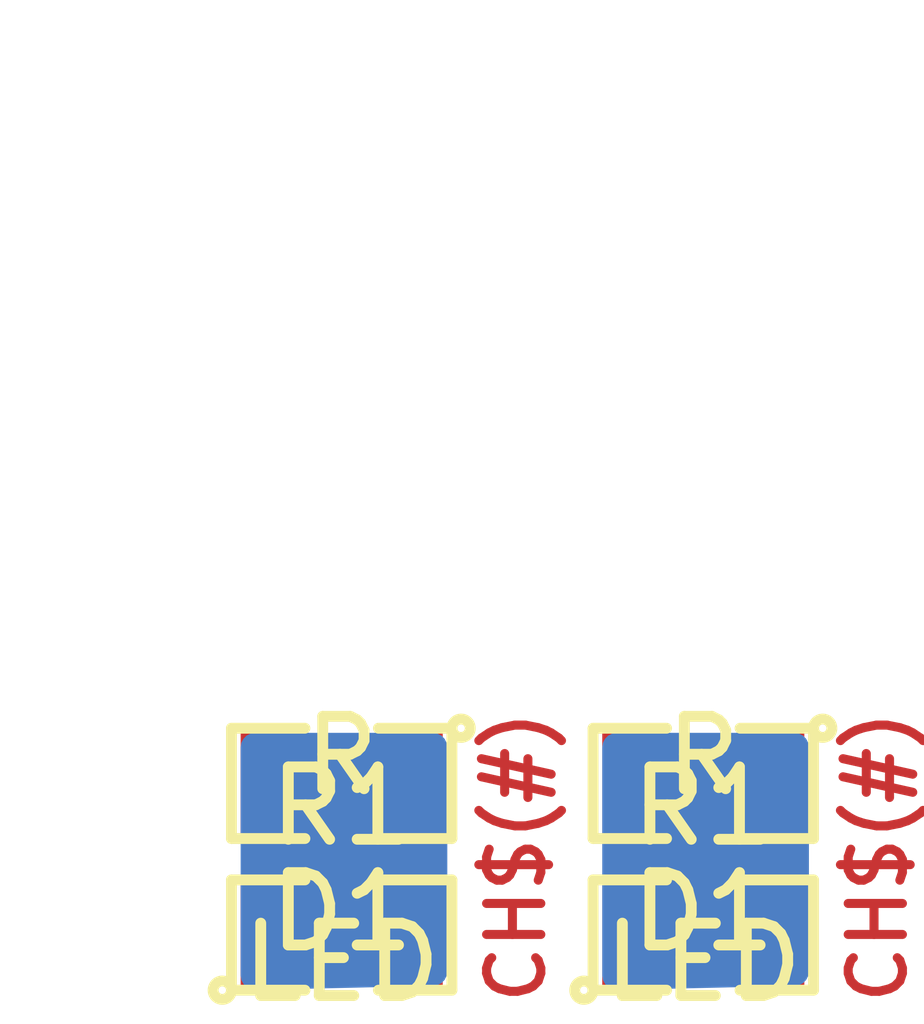
<source format=kicad_pcb>
(kicad_pcb (version 4) (host pcbnew "(2015-02-01 BZR 5398)-product")

  (general
    (links 3)
    (no_connects 1)
    (area 143.638537 94.432 156.4635 108.4075)
    (thickness 1.6)
    (drawings 3)
    (tracks 2)
    (zones 0)
    (modules 4)
    (nets 2)
  )

  (page A4)
  (layers
    (0 F.Cu signal)
    (31 B.Cu signal)
    (32 B.Adhes user)
    (33 F.Adhes user)
    (34 B.Paste user)
    (35 F.Paste user)
    (36 B.SilkS user)
    (37 F.SilkS user)
    (38 B.Mask user)
    (39 F.Mask user)
    (40 Dwgs.User user)
    (41 Cmts.User user)
    (42 Eco1.User user)
    (43 Eco2.User user)
    (44 Edge.Cuts user)
    (45 Margin user)
    (46 B.CrtYd user)
    (47 F.CrtYd user)
    (48 B.Fab user)
    (49 F.Fab user)
  )

  (setup
    (last_trace_width 0.254)
    (trace_clearance 0.254)
    (zone_clearance 0.508)
    (zone_45_only no)
    (trace_min 0.254)
    (segment_width 0.2)
    (edge_width 0.1)
    (via_size 0.889)
    (via_drill 0.635)
    (via_min_size 0.889)
    (via_min_drill 0.508)
    (uvia_size 0.508)
    (uvia_drill 0.127)
    (uvias_allowed no)
    (uvia_min_size 0.508)
    (uvia_min_drill 0.127)
    (pcb_text_width 0.3)
    (pcb_text_size 1.5 1.5)
    (mod_edge_width 0.15)
    (mod_text_size 1 1)
    (mod_text_width 0.15)
    (pad_size 1.5 1.5)
    (pad_drill 0.6)
    (pad_to_mask_clearance 0)
    (aux_axis_origin 0 0)
    (visible_elements FFFFFF7F)
    (pcbplotparams
      (layerselection 0x00030_80000001)
      (usegerberextensions false)
      (excludeedgelayer true)
      (linewidth 0.100000)
      (plotframeref false)
      (viasonmask false)
      (mode 1)
      (useauxorigin false)
      (hpglpennumber 1)
      (hpglpenspeed 20)
      (hpglpendiameter 15)
      (hpglpenoverlay 2)
      (psnegative false)
      (psa4output false)
      (plotreference true)
      (plotvalue true)
      (plotinvisibletext false)
      (padsonsilk false)
      (subtractmaskfromsilk false)
      (outputformat 1)
      (mirror false)
      (drillshape 1)
      (scaleselection 1)
      (outputdirectory ""))
  )

  (net 0 "")
  (net 1 "Net-(D1-Pad2)")

  (net_class Default "This is the default net class."
    (clearance 0.254)
    (trace_width 0.254)
    (via_dia 0.889)
    (via_drill 0.635)
    (uvia_dia 0.508)
    (uvia_drill 0.127)
    (add_net "Net-(D1-Pad2)")
  )

  (module SMD_Packages:SMD-0805 (layer F.Cu) (tedit 54CE0B05) (tstamp 54CE13ED)
    (at 153.463 104.902 180)
    (path /54CE04A8)
    (attr smd)
    (fp_text reference R1 (at 0 -0.3175 180) (layer F.SilkS)
      (effects (font (size 1 1) (thickness 0.15)))
    )
    (fp_text value R (at 0 0.381 180) (layer F.SilkS)
      (effects (font (size 1 1) (thickness 0.15)))
    )
    (fp_circle (center -1.651 0.762) (end -1.651 0.635) (layer F.SilkS) (width 0.15))
    (fp_line (start -0.508 0.762) (end -1.524 0.762) (layer F.SilkS) (width 0.15))
    (fp_line (start -1.524 0.762) (end -1.524 -0.762) (layer F.SilkS) (width 0.15))
    (fp_line (start -1.524 -0.762) (end -0.508 -0.762) (layer F.SilkS) (width 0.15))
    (fp_line (start 0.508 -0.762) (end 1.524 -0.762) (layer F.SilkS) (width 0.15))
    (fp_line (start 1.524 -0.762) (end 1.524 0.762) (layer F.SilkS) (width 0.15))
    (fp_line (start 1.524 0.762) (end 0.508 0.762) (layer F.SilkS) (width 0.15))
    (pad 1 smd rect (at -0.9525 0 180) (size 0.889 1.397) (layers F.Cu F.Paste F.Mask)
      (net 1 "Net-(D1-Pad2)"))
    (pad 2 smd rect (at 0.9525 0 180) (size 0.889 1.397) (layers F.Cu F.Paste F.Mask))
    (model SMD_Packages/SMD-0805.wrl
      (at (xyz 0 0 0))
      (scale (xyz 0.1 0.1 0.1))
      (rotate (xyz 0 0 0))
    )
  )

  (module SMD_Packages:SMD-0805 (layer F.Cu) (tedit 54CE0B05) (tstamp 54CE13E1)
    (at 153.463 106.9975)
    (path /54CE0528)
    (attr smd)
    (fp_text reference D1 (at 0 -0.3175) (layer F.SilkS)
      (effects (font (size 1 1) (thickness 0.15)))
    )
    (fp_text value LED (at 0 0.381) (layer F.SilkS)
      (effects (font (size 1 1) (thickness 0.15)))
    )
    (fp_circle (center -1.651 0.762) (end -1.651 0.635) (layer F.SilkS) (width 0.15))
    (fp_line (start -0.508 0.762) (end -1.524 0.762) (layer F.SilkS) (width 0.15))
    (fp_line (start -1.524 0.762) (end -1.524 -0.762) (layer F.SilkS) (width 0.15))
    (fp_line (start -1.524 -0.762) (end -0.508 -0.762) (layer F.SilkS) (width 0.15))
    (fp_line (start 0.508 -0.762) (end 1.524 -0.762) (layer F.SilkS) (width 0.15))
    (fp_line (start 1.524 -0.762) (end 1.524 0.762) (layer F.SilkS) (width 0.15))
    (fp_line (start 1.524 0.762) (end 0.508 0.762) (layer F.SilkS) (width 0.15))
    (pad 1 smd rect (at -0.9525 0) (size 0.889 1.397) (layers F.Cu F.Paste F.Mask))
    (pad 2 smd rect (at 0.9525 0) (size 0.889 1.397) (layers F.Cu F.Paste F.Mask)
      (net 1 "Net-(D1-Pad2)"))
    (model SMD_Packages/SMD-0805.wrl
      (at (xyz 0 0 0))
      (scale (xyz 0.1 0.1 0.1))
      (rotate (xyz 0 0 0))
    )
  )

  (module SMD_Packages:SMD-0805 (layer F.Cu) (tedit 54CE0B05) (tstamp 54CE0B1D)
    (at 148.463 106.9975)
    (path /54CE0528)
    (attr smd)
    (fp_text reference D1 (at 0 -0.3175) (layer F.SilkS)
      (effects (font (size 1 1) (thickness 0.15)))
    )
    (fp_text value LED (at 0 0.381) (layer F.SilkS)
      (effects (font (size 1 1) (thickness 0.15)))
    )
    (fp_circle (center -1.651 0.762) (end -1.651 0.635) (layer F.SilkS) (width 0.15))
    (fp_line (start -0.508 0.762) (end -1.524 0.762) (layer F.SilkS) (width 0.15))
    (fp_line (start -1.524 0.762) (end -1.524 -0.762) (layer F.SilkS) (width 0.15))
    (fp_line (start -1.524 -0.762) (end -0.508 -0.762) (layer F.SilkS) (width 0.15))
    (fp_line (start 0.508 -0.762) (end 1.524 -0.762) (layer F.SilkS) (width 0.15))
    (fp_line (start 1.524 -0.762) (end 1.524 0.762) (layer F.SilkS) (width 0.15))
    (fp_line (start 1.524 0.762) (end 0.508 0.762) (layer F.SilkS) (width 0.15))
    (pad 1 smd rect (at -0.9525 0) (size 0.889 1.397) (layers F.Cu F.Paste F.Mask))
    (pad 2 smd rect (at 0.9525 0) (size 0.889 1.397) (layers F.Cu F.Paste F.Mask)
      (net 1 "Net-(D1-Pad2)"))
    (model SMD_Packages/SMD-0805.wrl
      (at (xyz 0 0 0))
      (scale (xyz 0.1 0.1 0.1))
      (rotate (xyz 0 0 0))
    )
  )

  (module SMD_Packages:SMD-0805 (layer F.Cu) (tedit 54CE0B05) (tstamp 54CE0B2A)
    (at 148.463 104.902 180)
    (path /54CE04A8)
    (attr smd)
    (fp_text reference R1 (at 0 -0.3175 180) (layer F.SilkS)
      (effects (font (size 1 1) (thickness 0.15)))
    )
    (fp_text value R (at 0 0.381 180) (layer F.SilkS)
      (effects (font (size 1 1) (thickness 0.15)))
    )
    (fp_circle (center -1.651 0.762) (end -1.651 0.635) (layer F.SilkS) (width 0.15))
    (fp_line (start -0.508 0.762) (end -1.524 0.762) (layer F.SilkS) (width 0.15))
    (fp_line (start -1.524 0.762) (end -1.524 -0.762) (layer F.SilkS) (width 0.15))
    (fp_line (start -1.524 -0.762) (end -0.508 -0.762) (layer F.SilkS) (width 0.15))
    (fp_line (start 0.508 -0.762) (end 1.524 -0.762) (layer F.SilkS) (width 0.15))
    (fp_line (start 1.524 -0.762) (end 1.524 0.762) (layer F.SilkS) (width 0.15))
    (fp_line (start 1.524 0.762) (end 0.508 0.762) (layer F.SilkS) (width 0.15))
    (pad 1 smd rect (at -0.9525 0 180) (size 0.889 1.397) (layers F.Cu F.Paste F.Mask)
      (net 1 "Net-(D1-Pad2)"))
    (pad 2 smd rect (at 0.9525 0 180) (size 0.889 1.397) (layers F.Cu F.Paste F.Mask))
    (model SMD_Packages/SMD-0805.wrl
      (at (xyz 0 0 0))
      (scale (xyz 0.1 0.1 0.1))
      (rotate (xyz 0 0 0))
    )
  )

  (dimension 5.0165 (width 0.3) (layer Dwgs.User)
    (gr_text "5.016 mm" (at 149.57425 95.932) (layer Dwgs.User)
      (effects (font (size 1.5 1.5) (thickness 0.3)))
    )
    (feature1 (pts (xy 152.0825 104.2035) (xy 152.0825 94.582)))
    (feature2 (pts (xy 147.066 104.2035) (xy 147.066 94.582)))
    (crossbar (pts (xy 147.066 97.282) (xy 152.0825 97.282)))
    (arrow1a (pts (xy 152.0825 97.282) (xy 150.955996 97.868421)))
    (arrow1b (pts (xy 152.0825 97.282) (xy 150.955996 96.695579)))
    (arrow2a (pts (xy 147.066 97.282) (xy 148.192504 97.868421)))
    (arrow2b (pts (xy 147.066 97.282) (xy 148.192504 96.695579)))
  )
  (gr_text "CH$(#)" (at 155.876 105.918 90) (layer F.Cu) (tstamp 54CE13DF)
    (effects (font (size 0.75 0.75) (thickness 0.125)))
  )
  (gr_text "CH$(#)" (at 150.876 105.918 90) (layer F.Cu)
    (effects (font (size 0.75 0.75) (thickness 0.125)))
  )

  (segment (start 149.4155 104.902) (end 149.4155 106.9975) (width 0.254) (layer F.Cu) (net 1))
  (segment (start 154.4155 104.902) (end 154.4155 106.9975) (width 0.254) (layer F.Cu) (net 1) (tstamp 54CE13E0))

  (zone (net 0) (net_name "") (layer B.Cu) (tstamp 54CE0B9B) (hatch edge 0.508)
    (connect_pads (clearance 0.508))
    (min_thickness 0.4)
    (fill yes (arc_segments 16) (thermal_gap 0.508) (thermal_bridge_width 0.508))
    (polygon
      (pts
        (xy 149.9235 107.696) (xy 147.066 107.7595) (xy 147.066 104.2035) (xy 149.9235 104.2035)
      )
    )
    (filled_polygon
      (pts
        (xy 149.7235 107.500395) (xy 147.266 107.555006) (xy 147.266 104.4035) (xy 149.7235 104.4035) (xy 149.7235 107.500395)
      )
    )
  )
  (zone (net 1) (net_name "Net-(D1-Pad2)") (layer F.Cu) (tstamp 54CE0BA6) (hatch edge 0.508)
    (connect_pads yes (clearance 0.508))
    (min_thickness 0.4)
    (fill yes (arc_segments 16) (thermal_gap 0.508) (thermal_bridge_width 0.508))
    (polygon
      (pts
        (xy 149.86 107.696) (xy 148.971 107.696) (xy 148.971 104.2035) (xy 149.86 104.2035)
      )
    )
    (filled_polygon
      (pts
        (xy 149.66 107.496) (xy 149.171 107.496) (xy 149.171 104.4035) (xy 149.66 104.4035) (xy 149.66 107.496)
      )
    )
  )
  (zone (net 0) (net_name "") (layer B.Cu) (tstamp 54CE13F9) (hatch edge 0.508)
    (connect_pads (clearance 0.508))
    (min_thickness 0.4)
    (fill yes (arc_segments 16) (thermal_gap 0.508) (thermal_bridge_width 0.508))
    (polygon
      (pts
        (xy 154.9235 107.696) (xy 152.066 107.7595) (xy 152.066 104.2035) (xy 154.9235 104.2035)
      )
    )
    (filled_polygon
      (pts
        (xy 154.7235 107.500395) (xy 152.266 107.555006) (xy 152.266 104.4035) (xy 154.7235 104.4035) (xy 154.7235 107.500395)
      )
    )
  )
  (zone (net 1) (net_name "Net-(D1-Pad2)") (layer F.Cu) (tstamp 54CE13FA) (hatch edge 0.508)
    (connect_pads yes (clearance 0.508))
    (min_thickness 0.4)
    (fill yes (arc_segments 16) (thermal_gap 0.508) (thermal_bridge_width 0.508))
    (polygon
      (pts
        (xy 154.86 107.696) (xy 153.971 107.696) (xy 153.971 104.2035) (xy 154.86 104.2035)
      )
    )
    (filled_polygon
      (pts
        (xy 154.66 107.496) (xy 154.171 107.496) (xy 154.171 104.4035) (xy 154.66 104.4035) (xy 154.66 107.496)
      )
    )
  )
)

</source>
